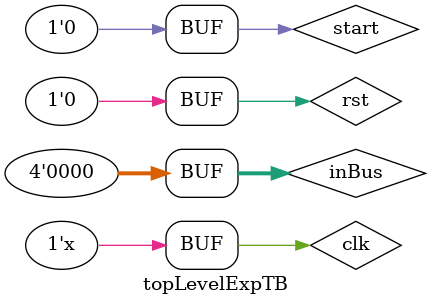
<source format=v>
module topLevelExp(input [3:0] inBus, input start, clk, rst, output ready, output [15:0] y);

	wire nRegEn, xRegEn, init_t, init_r, initCount, ld_r, ld_t, enCount, nEqual;
	
	datapath myDatapath(inBus, clk, rst, nRegEn, xRegEn, init_t, init_r, initCount, ld_r, ld_t, enCount, nEqual, y);
	controller myController(start, nEqual, clk, rst, nRegEn, xRegEn, init_t, init_r, initCount, ld_r, ld_t, enCount, ready);

endmodule


module topLevelExpTB();

	reg [3:0] inBus;
	reg start, clk, rst;
	wire ready;
	wire [15:0] y;
	
	topLevelExp UUT(.inBus(inBus), .clk(clk) , .rst(rst) , .start(start), .ready(ready), .y(y));
	
	initial begin
	clk = 0;
	rst = 1;
	inBus = 0110;
	start = 0;
	#50;
	rst = 0;
	
	#200;
	start = 1;
	inBus = 4'b1111;
	#400;
	inBus = 4'b0001;
	#200 inBus = 4'b0000;
	#400 start = 0;
	
	
	end
	
	
	always #100 clk = ~clk; 
	
endmodule

</source>
